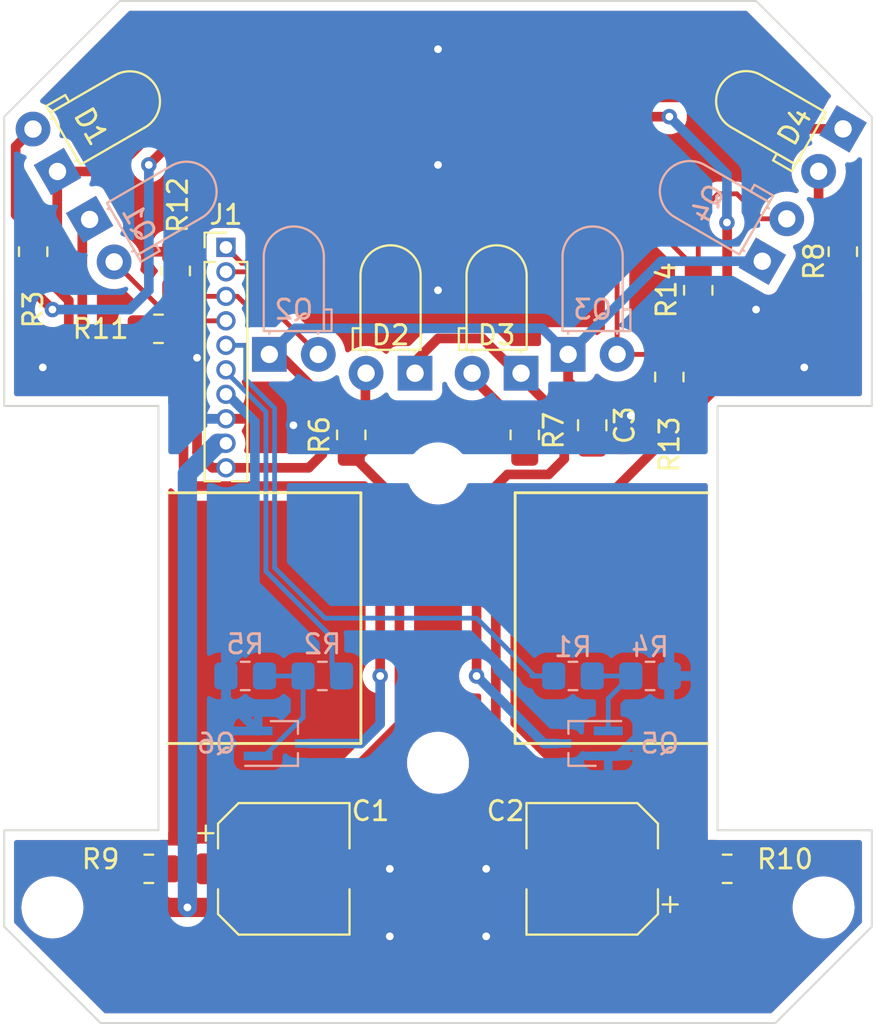
<source format=kicad_pcb>
(kicad_pcb (version 20211014) (generator pcbnew)
  (layers (0 "F.Cu" signal) (31 "B.Cu" signal) (34 "B.Paste" user) (35 "F.Paste" user) (36 "B.SilkS" user "B.Silkscreen") (37 "F.SilkS" user "F.Silkscreen") (38 "B.Mask" user) (39 "F.Mask" user) (44 "Edge.Cuts" user))
  (net 0 "")
  (net 1 "Net-(C1-Pad1)")
  (net 2 "GND")
  (net 3 "Net-(C2-Pad1)")
  (net 4 "Net-(D1-Pad1)")
  (net 5 "Net-(D1-Pad2)")
  (net 6 "Net-(D2-Pad1)")
  (net 7 "Net-(D2-Pad2)")
  (net 8 "Net-(D3-Pad2)")
  (net 9 "Net-(D4-Pad2)")
  (net 10 "A0")
  (net 11 "A1")
  (net 12 "A2")
  (net 13 "A3")
  (net 14 "GP14")
  (net 15 "GP15")
  (net 16 "GNDREF")
  (net 17 "+3V3")
  (net 18 "VCC")
  (net 19 "Net-(Q5-Pad1)")
  (net 20 "Net-(Q6-Pad1)")
  (footprint "MountingHole:MountingHole_2.2mm_M2" (layer "F.Cu") (at 141 106.5)
    (fp_text reference "REFH1" hide)
    (fp_text value "MountingHole_2.2mm_M2" hide)
    (pad "" np_thru_hole circle locked (at 0 0) (size 2.2 2.2) (drill 2.2) (layers *.Cu *.Mask))
  )
  (footprint "MountingHole:MountingHole_2.2mm_M2" (layer "F.Cu") (at 141 91.5)
    (fp_text reference "REFH1" hide)
    (fp_text value "MountingHole_2.2mm_M2" hide)
    (pad "" np_thru_hole circle locked (at 0 0) (size 2.2 2.2) (drill 2.2) (layers *.Cu *.Mask))
  )
  (footprint "Connector_PinHeader_1.27mm:PinHeader_1x10_P1.27mm_Vertical" (layer "F.Cu") (at 130 79.775)
    (fp_text reference "J1" (at 0 -1.695) (layer "F.SilkS"))
    (fp_text value "Sensors")
    (fp_line (start -1.11 12.125) (end -0.30753 12.125) (layer "F.SilkS") (width 0.12))
    (fp_line (start -1.11 0.76) (end -1.11 12.125) (layer "F.SilkS") (width 0.12))
    (fp_line (start -1.11 -0.76) (end 0 -0.76) (layer "F.SilkS") (width 0.12))
    (fp_line (start 0.30753 12.125) (end 1.11 12.125) (layer "F.SilkS") (width 0.12))
    (fp_line (start -1.11 0.76) (end -0.563471 0.76) (layer "F.SilkS") (width 0.12))
    (fp_line (start 0.563471 0.76) (end 1.11 0.76) (layer "F.SilkS") (width 0.12))
    (fp_line (start -1.11 0) (end -1.11 -0.76) (layer "F.SilkS") (width 0.12))
    (fp_line (start 1.11 0.76) (end 1.11 12.125) (layer "F.SilkS") (width 0.12))
    (pad "1" thru_hole rect locked (at 0 0) (size 1 1) (drill 0.65) (layers *.Cu *.Mask) (net 10 "A0"))
    (pad "2" thru_hole oval locked (at 0 1.27) (size 1 1) (drill 0.65) (layers *.Cu *.Mask) (net 11 "A1"))
    (pad "3" thru_hole oval locked (at 0 2.54) (size 1 1) (drill 0.65) (layers *.Cu *.Mask) (net 12 "A2"))
    (pad "4" thru_hole oval locked (at 0 3.81) (size 1 1) (drill 0.65) (layers *.Cu *.Mask) (net 13 "A3"))
    (pad "5" thru_hole oval locked (at 0 5.08) (size 1 1) (drill 0.65) (layers *.Cu *.Mask) (net 14 "GP14"))
    (pad "6" thru_hole oval locked (at 0 6.35) (size 1 1) (drill 0.65) (layers *.Cu *.Mask) (net 15 "GP15"))
    (pad "7" thru_hole oval locked (at 0 7.62) (size 1 1) (drill 0.65) (layers *.Cu *.Mask) (net 2 "GND"))
    (pad "8" thru_hole oval locked (at 0 8.89) (size 1 1) (drill 0.65) (layers *.Cu *.Mask) (net 16 "GNDREF"))
    (pad "9" thru_hole oval locked (at 0 10.16) (size 1 1) (drill 0.65) (layers *.Cu *.Mask) (net 18 "VCC"))
    (pad "10" thru_hole oval locked (at 0 11.43) (size 1 1) (drill 0.65) (layers *.Cu *.Mask) (net 17 "+3V3"))
  )
  (footprint "MountingHole:MountingHole_2.2mm_M2" (layer "F.Cu") (at 161 114)
    (fp_text reference "REFH3" hide)
    (fp_text value "MountingHole_2.2mm_M2" hide)
    (pad "" np_thru_hole circle locked (at 0 0) (size 2.2 2.2) (drill 2.2) (layers *.Cu *.Mask))
  )
  (footprint "Resistor_SMD:R_0805_2012Metric_Pad1.20x1.40mm_HandSolder" (layer "F.Cu") (at 153 86.5 90)
    (fp_text reference "R13" (at -3.5 0 90) (layer "F.SilkS"))
    (fp_text value "1.5k")
    (fp_line (start -0.227064 0.735) (end 0.227064 0.735) (layer "F.SilkS") (width 0.12))
    (fp_line (start -0.227064 -0.735) (end 0.227064 -0.735) (layer "F.SilkS") (width 0.12))
    (pad "1" smd roundrect (at -1 0 90) (size 1.2 1.4) (layers "F.Cu" "F.Paste" "F.Mask") (roundrect_rratio 0.208333) (net 16 "GNDREF"))
    (pad "2" smd roundrect (at 1 0 90) (size 1.2 1.4) (layers "F.Cu" "F.Paste" "F.Mask") (roundrect_rratio 0.208333) (net 11 "A1"))
  )
  (footprint "Capacitor_SMD:CP_Elec_6.3x5.9" (layer "F.Cu") (at 133 112)
    (fp_text reference "C1" (at 4.5 -3) (layer "F.SilkS"))
    (fp_text value "100uF")
    (fp_line (start -4.4375 -1.8475) (end -3.65 -1.8475) (layer "F.SilkS") (width 0.12))
    (fp_line (start -2.345563 3.41) (end 3.41 3.41) (layer "F.SilkS") (width 0.12))
    (fp_line (start -3.41 -2.345563) (end -2.345563 -3.41) (layer "F.SilkS") (width 0.12))
    (fp_line (start 3.41 3.41) (end 3.41 1.06) (layer "F.SilkS") (width 0.12))
    (fp_line (start -3.41 2.345563) (end -2.345563 3.41) (layer "F.SilkS") (width 0.12))
    (fp_line (start 3.41 -3.41) (end 3.41 -1.06) (layer "F.SilkS") (width 0.12))
    (fp_line (start -3.41 -2.345563) (end -3.41 -1.06) (layer "F.SilkS") (width 0.12))
    (fp_line (start -2.345563 -3.41) (end 3.41 -3.41) (layer "F.SilkS") (width 0.12))
    (fp_line (start -4.04375 -2.24125) (end -4.04375 -1.45375) (layer "F.SilkS") (width 0.12))
    (fp_line (start -3.41 2.345563) (end -3.41 1.06) (layer "F.SilkS") (width 0.12))
    (pad "1" smd roundrect (at -2.8 0) (size 3.5 1.6) (layers "F.Cu" "F.Paste" "F.Mask") (roundrect_rratio 0.15625) (net 1 "Net-(C1-Pad1)"))
    (pad "2" smd roundrect (at 2.8 0) (size 3.5 1.6) (layers "F.Cu" "F.Paste" "F.Mask") (roundrect_rratio 0.15625) (net 2 "GND"))
  )
  (footprint "Resistor_SMD:R_0805_2012Metric_Pad1.20x1.40mm_HandSolder" (layer "F.Cu") (at 162 80 90)
    (fp_text reference "R8" (at -0.5 -1.5 90) (layer "F.SilkS"))
    (fp_text value "7R2")
    (fp_line (start -0.227064 -0.735) (end 0.227064 -0.735) (layer "F.SilkS") (width 0.12))
    (fp_line (start -0.227064 0.735) (end 0.227064 0.735) (layer "F.SilkS") (width 0.12))
    (pad "1" smd roundrect (at -1 0 90) (size 1.2 1.4) (layers "F.Cu" "F.Paste" "F.Mask") (roundrect_rratio 0.208333) (net 3 "Net-(C2-Pad1)"))
    (pad "2" smd roundrect (at 1 0 90) (size 1.2 1.4) (layers "F.Cu" "F.Paste" "F.Mask") (roundrect_rratio 0.208333) (net 9 "Net-(D4-Pad2)"))
  )
  (footprint "Resistor_SMD:R_0805_2012Metric_Pad1.20x1.40mm_HandSolder" (layer "F.Cu") (at 120 80 90)
    (fp_text reference "R3" (at -3 0 90) (layer "F.SilkS"))
    (fp_text value "7R2")
    (fp_line (start -0.227064 0.735) (end 0.227064 0.735) (layer "F.SilkS") (width 0.12))
    (fp_line (start -0.227064 -0.735) (end 0.227064 -0.735) (layer "F.SilkS") (width 0.12))
    (pad "1" smd roundrect (at -1 0 90) (size 1.2 1.4) (layers "F.Cu" "F.Paste" "F.Mask") (roundrect_rratio 0.208333) (net 3 "Net-(C2-Pad1)"))
    (pad "2" smd roundrect (at 1 0 90) (size 1.2 1.4) (layers "F.Cu" "F.Paste" "F.Mask") (roundrect_rratio 0.208333) (net 5 "Net-(D1-Pad2)"))
  )
  (footprint "LED_THT:LED_D3.0mm_Horizontal_O1.27mm_Z2.0mm" (layer "F.Cu") (at 121.262037 75.841682 120)
    (fp_text reference "D1" (at 1.158975 2.675961 120) (layer "F.SilkS"))
    (fp_text value "TLCR5800")
    (fp_line (start -0.29 1.21) (end -0.29 5.07) (layer "F.SilkS") (width 0.12))
    (fp_line (start 0 1.08) (end 0 1.21) (layer "F.SilkS") (width 0.12))
    (fp_line (start 2.83 1.21) (end 2.83 5.07) (layer "F.SilkS") (width 0.12))
    (fp_line (start 2.54 1.08) (end 2.54 1.21) (layer "F.SilkS") (width 0.12))
    (fp_line (start 3.23 2.33) (end 2.83 2.33) (layer "F.SilkS") (width 0.12))
    (fp_line (start 2.54 1.08) (end 2.54 1.08) (layer "F.SilkS") (width 0.12))
    (fp_line (start 2.54 1.21) (end 2.54 1.21) (layer "F.SilkS") (width 0.12))
    (fp_line (start 0 1.08) (end 0 1.08) (layer "F.SilkS") (width 0.12))
    (fp_line (start -0.29 1.21) (end 2.83 1.21) (layer "F.SilkS") (width 0.12))
    (fp_line (start 2.83 1.21) (end 3.23 1.21) (layer "F.SilkS") (width 0.12))
    (fp_line (start 2.54 1.21) (end 2.54 1.08) (layer "F.SilkS") (width 0.12))
    (fp_line (start 3.23 1.21) (end 3.23 2.33) (layer "F.SilkS") (width 0.12))
    (fp_line (start 2.83 2.33) (end 2.83 1.21) (layer "F.SilkS") (width 0.12))
    (fp_line (start 0 1.21) (end 0 1.21) (layer "F.SilkS") (width 0.12))
    (fp_line (start 0 1.21) (end 0 1.08) (layer "F.SilkS") (width 0.12))
    (fp_arc (start 2.83 5.07) (mid 1.27 6.63) (end -0.29 5.07) (layer "F.SilkS") (width 0.12))
    (pad "1" thru_hole rect (at 0 0 120) (size 1.8 1.8) (drill 0.9) (layers *.Cu *.Mask) (net 4 "Net-(D1-Pad1)"))
    (pad "2" thru_hole circle (at 2.54 0 120) (size 1.8 1.8) (drill 0.9) (layers *.Cu *.Mask) (net 5 "Net-(D1-Pad2)"))
  )
  (footprint "LED_THT:LED_D3.0mm_Horizontal_O1.27mm_Z2.0mm" (layer "F.Cu") (at 145.309094 86.300587 180)
    (fp_text reference "D3" (at 1.27 1.975 180) (layer "F.SilkS"))
    (fp_text value "TLCR5800")
    (fp_line (start 2.83 2.33) (end 2.83 1.21) (layer "F.SilkS") (width 0.12))
    (fp_line (start 0 1.08) (end 0 1.21) (layer "F.SilkS") (width 0.12))
    (fp_line (start 2.83 1.21) (end 2.83 5.07) (layer "F.SilkS") (width 0.12))
    (fp_line (start 0 1.08) (end 0 1.08) (layer "F.SilkS") (width 0.12))
    (fp_line (start 2.54 1.21) (end 2.54 1.08) (layer "F.SilkS") (width 0.12))
    (fp_line (start 2.83 1.21) (end 3.23 1.21) (layer "F.SilkS") (width 0.12))
    (fp_line (start 0 1.21) (end 0 1.08) (layer "F.SilkS") (width 0.12))
    (fp_line (start 2.54 1.21) (end 2.54 1.21) (layer "F.SilkS") (width 0.12))
    (fp_line (start 3.23 1.21) (end 3.23 2.33) (layer "F.SilkS") (width 0.12))
    (fp_line (start 0 1.21) (end 0 1.21) (layer "F.SilkS") (width 0.12))
    (fp_line (start -0.29 1.21) (end 2.83 1.21) (layer "F.SilkS") (width 0.12))
    (fp_line (start -0.29 1.21) (end -0.29 5.07) (layer "F.SilkS") (width 0.12))
    (fp_line (start 2.54 1.08) (end 2.54 1.08) (layer "F.SilkS") (width 0.12))
    (fp_line (start 3.23 2.33) (end 2.83 2.33) (layer "F.SilkS") (width 0.12))
    (fp_line (start 2.54 1.08) (end 2.54 1.21) (layer "F.SilkS") (width 0.12))
    (fp_arc (start 2.83 5.07) (mid 1.27 6.63) (end -0.29 5.07) (layer "F.SilkS") (width 0.12))
    (pad "1" thru_hole rect (at 0 0 180) (size 1.8 1.8) (drill 0.9) (layers *.Cu *.Mask) (net 6 "Net-(D2-Pad1)"))
    (pad "2" thru_hole circle (at 2.54 0 180) (size 1.8 1.8) (drill 0.9) (layers *.Cu *.Mask) (net 8 "Net-(D3-Pad2)"))
  )
  (footprint "LED_THT:LED_D3.0mm_Horizontal_O1.27mm_Z2.0mm" (layer "F.Cu") (at 139.809094 86.300587 180)
    (fp_text reference "D2" (at 1.27 1.975 180) (layer "F.SilkS"))
    (fp_text value "TLCR5800")
    (fp_line (start 2.83 1.21) (end 3.23 1.21) (layer "F.SilkS") (width 0.12))
    (fp_line (start 0 1.08) (end 0 1.21) (layer "F.SilkS") (width 0.12))
    (fp_line (start 3.23 2.33) (end 2.83 2.33) (layer "F.SilkS") (width 0.12))
    (fp_line (start 2.54 1.21) (end 2.54 1.08) (layer "F.SilkS") (width 0.12))
    (fp_line (start -0.29 1.21) (end -0.29 5.07) (layer "F.SilkS") (width 0.12))
    (fp_line (start 2.83 1.21) (end 2.83 5.07) (layer "F.SilkS") (width 0.12))
    (fp_line (start 2.83 2.33) (end 2.83 1.21) (layer "F.SilkS") (width 0.12))
    (fp_line (start 0 1.21) (end 0 1.21) (layer "F.SilkS") (width 0.12))
    (fp_line (start 2.54 1.08) (end 2.54 1.21) (layer "F.SilkS") (width 0.12))
    (fp_line (start 3.23 1.21) (end 3.23 2.33) (layer "F.SilkS") (width 0.12))
    (fp_line (start 0 1.21) (end 0 1.08) (layer "F.SilkS") (width 0.12))
    (fp_line (start 2.54 1.08) (end 2.54 1.08) (layer "F.SilkS") (width 0.12))
    (fp_line (start -0.29 1.21) (end 2.83 1.21) (layer "F.SilkS") (width 0.12))
    (fp_line (start 0 1.08) (end 0 1.08) (layer "F.SilkS") (width 0.12))
    (fp_line (start 2.54 1.21) (end 2.54 1.21) (layer "F.SilkS") (width 0.12))
    (fp_arc (start 2.83 5.07) (mid 1.27 6.63) (end -0.29 5.07) (layer "F.SilkS") (width 0.12))
    (pad "1" thru_hole rect (at 0 0 180) (size 1.8 1.8) (drill 0.9) (layers *.Cu *.Mask) (net 6 "Net-(D2-Pad1)"))
    (pad "2" thru_hole circle (at 2.54 0 180) (size 1.8 1.8) (drill 0.9) (layers *.Cu *.Mask) (net 7 "Net-(D2-Pad2)"))
  )
  (footprint "Resistor_SMD:R_0805_2012Metric_Pad1.20x1.40mm_HandSolder" (layer "F.Cu") (at 154.5 82 90)
    (fp_text reference "R14" (at 0 -1.65 90) (layer "F.SilkS"))
    (fp_text value "1.5k")
    (fp_line (start -0.227064 0.735) (end 0.227064 0.735) (layer "F.SilkS") (width 0.12))
    (fp_line (start -0.227064 -0.735) (end 0.227064 -0.735) (layer "F.SilkS") (width 0.12))
    (pad "1" smd roundrect (at -1 0 90) (size 1.2 1.4) (layers "F.Cu" "F.Paste" "F.Mask") (roundrect_rratio 0.208333) (net 16 "GNDREF"))
    (pad "2" smd roundrect (at 1 0 90) (size 1.2 1.4) (layers "F.Cu" "F.Paste" "F.Mask") (roundrect_rratio 0.208333) (net 10 "A0"))
  )
  (footprint "Resistor_SMD:R_0805_2012Metric_Pad1.20x1.40mm_HandSolder" (layer "F.Cu") (at 156 112 180)
    (fp_text reference "R10" (at -3 0.5) (layer "F.SilkS"))
    (fp_text value "56R")
    (fp_line (start -0.227064 -0.735) (end 0.227064 -0.735) (layer "F.SilkS") (width 0.12))
    (fp_line (start -0.227064 0.735) (end 0.227064 0.735) (layer "F.SilkS") (width 0.12))
    (pad "1" smd roundrect (at -1 0 180) (size 1.2 1.4) (layers "F.Cu" "F.Paste" "F.Mask") (roundrect_rratio 0.208333) (net 18 "VCC"))
    (pad "2" smd roundrect (at 1 0 180) (size 1.2 1.4) (layers "F.Cu" "F.Paste" "F.Mask") (roundrect_rratio 0.208333) (net 3 "Net-(C2-Pad1)"))
  )
  (footprint "Capacitor_SMD:CP_Elec_6.3x5.9" (layer "F.Cu") (at 149 112 180)
    (fp_text reference "C2" (at 4.5 3) (layer "F.SilkS"))
    (fp_text value "100uF")
    (fp_line (start -3.41 -2.345563) (end -3.41 -1.06) (layer "F.SilkS") (width 0.12))
    (fp_line (start -2.345563 -3.41) (end 3.41 -3.41) (layer "F.SilkS") (width 0.12))
    (fp_line (start -4.04375 -2.24125) (end -4.04375 -1.45375) (layer "F.SilkS") (width 0.12))
    (fp_line (start 3.41 -3.41) (end 3.41 -1.06) (layer "F.SilkS") (width 0.12))
    (fp_line (start 3.41 3.41) (end 3.41 1.06) (layer "F.SilkS") (width 0.12))
    (fp_line (start -2.345563 3.41) (end 3.41 3.41) (layer "F.SilkS") (width 0.12))
    (fp_line (start -3.41 2.345563) (end -3.41 1.06) (layer "F.SilkS") (width 0.12))
    (fp_line (start -4.4375 -1.8475) (end -3.65 -1.8475) (layer "F.SilkS") (width 0.12))
    (fp_line (start -3.41 -2.345563) (end -2.345563 -3.41) (layer "F.SilkS") (width 0.12))
    (fp_line (start -3.41 2.345563) (end -2.345563 3.41) (layer "F.SilkS") (width 0.12))
    (pad "1" smd roundrect (at -2.8 0 180) (size 3.5 1.6) (layers "F.Cu" "F.Paste" "F.Mask") (roundrect_rratio 0.15625) (net 3 "Net-(C2-Pad1)"))
    (pad "2" smd roundrect (at 2.8 0 180) (size 3.5 1.6) (layers "F.Cu" "F.Paste" "F.Mask") (roundrect_rratio 0.15625) (net 2 "GND"))
  )
  (footprint "Resistor_SMD:R_0805_2012Metric_Pad1.20x1.40mm_HandSolder" (layer "F.Cu") (at 127.396756 81 -90)
    (fp_text reference "R12" (at -3.415719 -0.103244 90) (layer "F.SilkS"))
    (fp_text value "1.5k")
    (fp_line (start -0.227064 0.735) (end 0.227064 0.735) (layer "F.SilkS") (width 0.12))
    (fp_line (start -0.227064 -0.735) (end 0.227064 -0.735) (layer "F.SilkS") (width 0.12))
    (pad "1" smd roundrect (at -1 0 270) (size 1.2 1.4) (layers "F.Cu" "F.Paste" "F.Mask") (roundrect_rratio 0.208333) (net 16 "GNDREF"))
    (pad "2" smd roundrect (at 1 0 270) (size 1.2 1.4) (layers "F.Cu" "F.Paste" "F.Mask") (roundrect_rratio 0.208333) (net 12 "A2"))
  )
  (footprint "Resistor_SMD:R_0805_2012Metric_Pad1.20x1.40mm_HandSolder" (layer "F.Cu") (at 126.5 84)
    (fp_text reference "R11" (at -3 0) (layer "F.SilkS"))
    (fp_text value "1.5k")
    (fp_line (start -0.227064 -0.735) (end 0.227064 -0.735) (layer "F.SilkS") (width 0.12))
    (fp_line (start -0.227064 0.735) (end 0.227064 0.735) (layer "F.SilkS") (width 0.12))
    (pad "1" smd roundrect (at -1 0) (size 1.2 1.4) (layers "F.Cu" "F.Paste" "F.Mask") (roundrect_rratio 0.208333) (net 16 "GNDREF"))
    (pad "2" smd roundrect (at 1 0) (size 1.2 1.4) (layers "F.Cu" "F.Paste" "F.Mask") (roundrect_rratio 0.208333) (net 13 "A3"))
  )
  (footprint "Resistor_SMD:R_0805_2012Metric_Pad1.20x1.40mm_HandSolder" (layer "F.Cu") (at 145.5 89.5 90)
    (fp_text reference "R7" (at 0.227064 1.5 90) (layer "F.SilkS"))
    (fp_text value "7R2")
    (fp_line (start -0.227064 0.735) (end 0.227064 0.735) (layer "F.SilkS") (width 0.12))
    (fp_line (start -0.227064 -0.735) (end 0.227064 -0.735) (layer "F.SilkS") (width 0.12))
    (pad "1" smd roundrect (at -1 0 90) (size 1.2 1.4) (layers "F.Cu" "F.Paste" "F.Mask") (roundrect_rratio 0.208333) (net 1 "Net-(C1-Pad1)"))
    (pad "2" smd roundrect (at 1 0 90) (size 1.2 1.4) (layers "F.Cu" "F.Paste" "F.Mask") (roundrect_rratio 0.208333) (net 8 "Net-(D3-Pad2)"))
  )
  (footprint "Resistor_SMD:R_0805_2012Metric_Pad1.20x1.40mm_HandSolder" (layer "F.Cu") (at 126 112)
    (fp_text reference "R9" (at -2.5 -0.5) (layer "F.SilkS"))
    (fp_text value "56R")
    (fp_line (start -0.227064 -0.735) (end 0.227064 -0.735) (layer "F.SilkS") (width 0.12))
    (fp_line (start -0.227064 0.735) (end 0.227064 0.735) (layer "F.SilkS") (width 0.12))
    (pad "1" smd roundrect (at -1 0) (size 1.2 1.4) (layers "F.Cu" "F.Paste" "F.Mask") (roundrect_rratio 0.208333) (net 18 "VCC"))
    (pad "2" smd roundrect (at 1 0) (size 1.2 1.4) (layers "F.Cu" "F.Paste" "F.Mask") (roundrect_rratio 0.208333) (net 1 "Net-(C1-Pad1)"))
  )
  (footprint "MountingHole:MountingHole_2.2mm_M2" (layer "F.Cu") (at 121 114)
    (fp_text reference "REFH2" hide)
    (fp_text value "MountingHole_2.2mm_M2" hide)
    (pad "" np_thru_hole circle locked (at 0 0) (size 2.2 2.2) (drill 2.2) (layers *.Cu *.Mask))
  )
  (footprint "Resistor_SMD:R_0805_2012Metric_Pad1.20x1.40mm_HandSolder" (layer "F.Cu") (at 136.5 89.5 90)
    (fp_text reference "R6" (at 0 -1.65 90) (layer "F.SilkS"))
    (fp_text value "7R2")
    (fp_line (start -0.227064 -0.735) (end 0.227064 -0.735) (layer "F.SilkS") (width 0.12))
    (fp_line (start -0.227064 0.735) (end 0.227064 0.735) (layer "F.SilkS") (width 0.12))
    (pad "1" smd roundrect (at -1 0 90) (size 1.2 1.4) (layers "F.Cu" "F.Paste" "F.Mask") (roundrect_rratio 0.208333) (net 1 "Net-(C1-Pad1)"))
    (pad "2" smd roundrect (at 1 0 90) (size 1.2 1.4) (layers "F.Cu" "F.Paste" "F.Mask") (roundrect_rratio 0.208333) (net 7 "Net-(D2-Pad2)"))
  )
  (footprint "LED_THT:LED_D3.0mm_Horizontal_O1.27mm_Z2.0mm" (layer "F.Cu") (at 162.012964 73.633318 -120)
    (fp_text reference "D4" (at 1.141025 2.24295 -120) (layer "F.SilkS"))
    (fp_text value "TLCR5800")
    (fp_line (start 2.83 1.21) (end 3.23 1.21) (layer "F.SilkS") (width 0.12))
    (fp_line (start -0.29 1.21) (end 2.83 1.21) (layer "F.SilkS") (width 0.12))
    (fp_line (start -0.29 1.21) (end -0.29 5.07) (layer "F.SilkS") (width 0.12))
    (fp_line (start 3.23 2.33) (end 2.83 2.33) (layer "F.SilkS") (width 0.12))
    (fp_line (start 2.54 1.08) (end 2.54 1.21) (layer "F.SilkS") (width 0.12))
    (fp_line (start 2.54 1.08) (end 2.54 1.08) (layer "F.SilkS") (width 0.12))
    (fp_line (start 2.54 1.21) (end 2.54 1.21) (layer "F.SilkS") (width 0.12))
    (fp_line (start 0 1.21) (end 0 1.21) (layer "F.SilkS") (width 0.12))
    (fp_line (start 2.83 1.21) (end 2.83 5.07) (layer "F.SilkS") (width 0.12))
    (fp_line (start 3.23 1.21) (end 3.23 2.33) (layer "F.SilkS") (width 0.12))
    (fp_line (start 0 1.08) (end 0 1.21) (layer "F.SilkS") (width 0.12))
    (fp_line (start 0 1.21) (end 0 1.08) (layer "F.SilkS") (width 0.12))
    (fp_line (start 0 1.08) (end 0 1.08) (layer "F.SilkS") (width 0.12))
    (fp_line (start 2.83 2.33) (end 2.83 1.21) (layer "F.SilkS") (width 0.12))
    (fp_line (start 2.54 1.21) (end 2.54 1.08) (layer "F.SilkS") (width 0.12))
    (fp_arc (start 2.83 5.07) (mid 1.27 6.63) (end -0.29 5.07) (layer "F.SilkS") (width 0.12))
    (pad "1" thru_hole rect (at 0 0 240) (size 1.8 1.8) (drill 0.9) (layers *.Cu *.Mask) (net 4 "Net-(D1-Pad1)"))
    (pad "2" thru_hole circle (at 2.54 0 240) (size 1.8 1.8) (drill 0.9) (layers *.Cu *.Mask) (net 9 "Net-(D4-Pad2)"))
  )
  (footprint "Capacitor_SMD:C_0805_2012Metric_Pad1.18x1.45mm_HandSolder" (layer "F.Cu") (at 149 89 -90)
    (fp_text reference "C3" (at 0 -1.68 90) (layer "F.SilkS"))
    (fp_text value "100nF")
    (fp_line (start -0.261252 0.735) (end 0.261252 0.735) (layer "F.SilkS") (width 0.12))
    (fp_line (start -0.261252 -0.735) (end 0.261252 -0.735) (layer "F.SilkS") (width 0.12))
    (pad "1" smd roundrect (at -1.0375 0 270) (size 1.175 1.45) (layers "F.Cu" "F.Paste" "F.Mask") (roundrect_rratio 0.212766) (net 17 "+3V3"))
    (pad "2" smd roundrect (at 1.0375 0 270) (size 1.175 1.45) (layers "F.Cu" "F.Paste" "F.Mask") (roundrect_rratio 0.212766) (net 16 "GNDREF"))
  )
  (footprint "LED_THT:LED_D3.0mm_Horizontal_O1.27mm_Z2.0mm" (layer "B.Cu") (at 132.25 85.325)
    (fp_text reference "Q2" (at 1.27 -2.325 180) (layer "B.SilkS") (effects (justify mirror)))
    (fp_text value "SFH309")
    (fp_line (start 2.54 -1.08) (end 2.54 -1.21) (layer "B.SilkS") (width 0.12))
    (fp_line (start 0 -1.21) (end 0 -1.08) (layer "B.SilkS") (width 0.12))
    (fp_line (start 3.23 -2.33) (end 2.83 -2.33) (layer "B.SilkS") (width 0.12))
    (fp_line (start -0.29 -1.21) (end -0.29 -5.07) (layer "B.SilkS") (width 0.12))
    (fp_line (start 2.54 -1.21) (end 2.54 -1.08) (layer "B.SilkS") (width 0.12))
    (fp_line (start 2.83 -1.21) (end 2.83 -5.07) (layer "B.SilkS") (width 0.12))
    (fp_line (start 2.83 -1.21) (end 3.23 -1.21) (layer "B.SilkS") (width 0.12))
    (fp_line (start -0.29 -1.21) (end 2.83 -1.21) (layer "B.SilkS") (width 0.12))
    (fp_line (start 0 -1.08) (end 0 -1.21) (layer "B.SilkS") (width 0.12))
    (fp_line (start 3.23 -1.21) (end 3.23 -2.33) (layer "B.SilkS") (width 0.12))
    (fp_line (start 2.54 -1.21) (end 2.54 -1.21) (layer "B.SilkS") (width 0.12))
    (fp_line (start 2.54 -1.08) (end 2.54 -1.08) (layer "B.SilkS") (width 0.12))
    (fp_line (start 0 -1.08) (end 0 -1.08) (layer "B.SilkS") (width 0.12))
    (fp_line (start 0 -1.21) (end 0 -1.21) (layer "B.SilkS") (width 0.12))
    (fp_line (start 2.83 -2.33) (end 2.83 -1.21) (layer "B.SilkS") (width 0.12))
    (fp_arc (start -0.29 -5.07) (mid 1.27 -6.63) (end 2.83 -5.07) (layer "B.SilkS") (width 0.12))
    (pad "1" thru_hole rect (at 0 0) (size 1.8 1.8) (drill 0.9) (layers *.Cu *.Mask) (net 17 "+3V3"))
    (pad "2" thru_hole circle (at 2.54 0) (size 1.8 1.8) (drill 0.9) (layers *.Cu *.Mask) (net 12 "A2"))
  )
  (footprint "Resistor_SMD:R_0805_2012Metric_Pad1.20x1.40mm_HandSolder" (layer "B.Cu") (at 131 102 180)
    (fp_text reference "R5" (at 0 1.65) (layer "B.SilkS") (effects (justify mirror)))
    (fp_text value "10k")
    (fp_line (start -0.227064 0.735) (end 0.227064 0.735) (layer "B.SilkS") (width 0.12))
    (fp_line (start -0.227064 -0.735) (end 0.227064 -0.735) (layer "B.SilkS") (width 0.12))
    (pad "1" smd roundrect (at -1 0 180) (size 1.2 1.4) (layers "B.Cu" "B.Paste" "B.Mask") (roundrect_rratio 0.208333) (net 20 "Net-(Q6-Pad1)"))
    (pad "2" smd roundrect (at 1 0 180) (size 1.2 1.4) (layers "B.Cu" "B.Paste" "B.Mask") (roundrect_rratio 0.208333) (net 2 "GND"))
  )
  (footprint "LED_THT:LED_D3.0mm_Horizontal_O1.27mm_Z2.0mm" (layer "B.Cu") (at 147.75 85.325)
    (fp_text reference "Q3" (at 1.27 -2.325 180) (layer "B.SilkS") (effects (justify mirror)))
    (fp_text value "SFH309")
    (fp_line (start 2.83 -2.33) (end 2.83 -1.21) (layer "B.SilkS") (width 0.12))
    (fp_line (start 0 -1.21) (end 0 -1.08) (layer "B.SilkS") (width 0.12))
    (fp_line (start 0 -1.21) (end 0 -1.21) (layer "B.SilkS") (width 0.12))
    (fp_line (start 3.23 -2.33) (end 2.83 -2.33) (layer "B.SilkS") (width 0.12))
    (fp_line (start 2.54 -1.21) (end 2.54 -1.21) (layer "B.SilkS") (width 0.12))
    (fp_line (start -0.29 -1.21) (end 2.83 -1.21) (layer "B.SilkS") (width 0.12))
    (fp_line (start 2.83 -1.21) (end 3.23 -1.21) (layer "B.SilkS") (width 0.12))
    (fp_line (start 2.83 -1.21) (end 2.83 -5.07) (layer "B.SilkS") (width 0.12))
    (fp_line (start 2.54 -1.21) (end 2.54 -1.08) (layer "B.SilkS") (width 0.12))
    (fp_line (start 3.23 -1.21) (end 3.23 -2.33) (layer "B.SilkS") (width 0.12))
    (fp_line (start 2.54 -1.08) (end 2.54 -1.21) (layer "B.SilkS") (width 0.12))
    (fp_line (start 0 -1.08) (end 0 -1.21) (layer "B.SilkS") (width 0.12))
    (fp_line (start -0.29 -1.21) (end -0.29 -5.07) (layer "B.SilkS") (width 0.12))
    (fp_line (start 2.54 -1.08) (end 2.54 -1.08) (layer "B.SilkS") (width 0.12))
    (fp_line (start 0 -1.08) (end 0 -1.08) (layer "B.SilkS") (width 0.12))
    (fp_arc (start -0.29 -5.07) (mid 1.27 -6.63) (end 2.83 -5.07) (layer "B.SilkS") (width 0.12))
    (pad "1" thru_hole rect (at 0 0) (size 1.8 1.8) (drill 0.9) (layers *.Cu *.Mask) (net 17 "+3V3"))
    (pad "2" thru_hole circle (at 2.54 0) (size 1.8 1.8) (drill 0.9) (layers *.Cu *.Mask) (net 11 "A1"))
  )
  (footprint "LED_THT:LED_D3.0mm_Horizontal_O1.27mm_Z2.0mm" (layer "B.Cu") (at 157.821522 80.495032 60)
    (fp_text reference "Q4" (at 1.183013 -3.941026 240) (layer "B.SilkS") (effects (justify mirror)))
    (fp_text value "SFH309")
    (fp_line (start -0.29 -1.21) (end -0.29 -5.07) (layer "B.SilkS") (width 0.12))
    (fp_line (start 2.54 -1.08) (end 2.54 -1.08) (layer "B.SilkS") (width 0.12))
    (fp_line (start 3.23 -1.21) (end 3.23 -2.33) (layer "B.SilkS") (width 0.12))
    (fp_line (start 0 -1.08) (end 0 -1.21) (layer "B.SilkS") (width 0.12))
    (fp_line (start 2.83 -1.21) (end 2.83 -5.07) (layer "B.SilkS") (width 0.12))
    (fp_line (start 2.83 -1.21) (end 3.23 -1.21) (layer "B.SilkS") (width 0.12))
    (fp_line (start 0 -1.21) (end 0 -1.08) (layer "B.SilkS") (width 0.12))
    (fp_line (start 2.54 -1.21) (end 2.54 -1.08) (layer "B.SilkS") (width 0.12))
    (fp_line (start 0 -1.21) (end 0 -1.21) (layer "B.SilkS") (width 0.12))
    (fp_line (start 2.54 -1.08) (end 2.54 -1.21) (layer "B.SilkS") (width 0.12))
    (fp_line (start 0 -1.08) (end 0 -1.08) (layer "B.SilkS") (width 0.12))
    (fp_line (start 3.23 -2.33) (end 2.83 -2.33) (layer "B.SilkS") (width 0.12))
    (fp_line (start 2.83 -2.33) (end 2.83 -1.21) (layer "B.SilkS") (width 0.12))
    (fp_line (start 2.54 -1.21) (end 2.54 -1.21) (layer "B.SilkS") (width 0.12))
    (fp_line (start -0.29 -1.21) (end 2.83 -1.21) (layer "B.SilkS") (width 0.12))
    (fp_arc (start -0.29 -5.07) (mid 1.27 -6.63) (end 2.83 -5.07) (layer "B.SilkS") (width 0.12))
    (pad "1" thru_hole rect (at 0 0 60) (size 1.8 1.8) (drill 0.9) (layers *.Cu *.Mask) (net 17 "+3V3"))
    (pad "2" thru_hole circle (at 2.54 0 60) (size 1.8 1.8) (drill 0.9) (layers *.Cu *.Mask) (net 10 "A0"))
  )
  (footprint "Resistor_SMD:R_0805_2012Metric_Pad1.20x1.40mm_HandSolder" (layer "B.Cu") (at 152 102)
    (fp_text reference "R4" (at 0 -1.5) (layer "B.SilkS") (effects (justify mirror)))
    (fp_text value "10k")
    (fp_line (start -0.227064 0.735) (end 0.227064 0.735) (layer "B.SilkS") (width 0.12))
    (fp_line (start -0.227064 -0.735) (end 0.227064 -0.735) (layer "B.SilkS") (width 0.12))
    (pad "1" smd roundrect (at -1 0) (size 1.2 1.4) (layers "B.Cu" "B.Paste" "B.Mask") (roundrect_rratio 0.208333) (net 19 "Net-(Q5-Pad1)"))
    (pad "2" smd roundrect (at 1 0) (size 1.2 1.4) (layers "B.Cu" "B.Paste" "B.Mask") (roundrect_rratio 0.208333) (net 2 "GND"))
  )
  (footprint "Resistor_SMD:R_0805_2012Metric_Pad1.20x1.40mm_HandSolder" (layer "B.Cu") (at 135 102 180)
    (fp_text reference "R2" (at 0 1.65) (layer "B.SilkS") (effects (justify mirror)))
    (fp_text value "1k")
    (fp_line (start -0.227064 -0.735) (end 0.227064 -0.735) (layer "B.SilkS") (width 0.12))
    (fp_line (start -0.227064 0.735) (end 0.227064 0.735) (layer "B.SilkS") (width 0.12))
    (pad "1" smd roundrect (at -1 0 180) (size 1.2 1.4) (layers "B.Cu" "B.Paste" "B.Mask") (roundrect_rratio 0.208333) (net 15 "GP15"))
    (pad "2" smd roundrect (at 1 0 180) (size 1.2 1.4) (layers "B.Cu" "B.Paste" "B.Mask") (roundrect_rratio 0.208333) (net 20 "Net-(Q6-Pad1)"))
  )
  (footprint "Package_TO_SOT_SMD:SOT-323_SC-70_Handsoldering" (layer "B.Cu") (at 133 105.5)
    (fp_text reference "Q6" (at -3.5 0) (layer "B.SilkS") (effects (justify mirror)))
    (fp_text value "DMG1012T")
    (fp_line (start -0.675 -1.16) (end 0.735 -1.16) (layer "B.SilkS") (width 0.12))
    (fp_line (start 0.735 1.16) (end -2 1.16) (layer "B.SilkS") (width 0.12))
    (fp_line (start 0.735 1.17) (end 0.735 0.5) (layer "B.SilkS") (width 0.12))
    (fp_line (start 0.735 -0.5) (end 0.735 -1.16) (layer "B.SilkS") (width 0.12))
    (pad "1" smd rect (at -1.33 0.65 90) (size 0.45 1.5) (layers "B.Cu" "B.Paste" "B.Mask") (net 20 "Net-(Q6-Pad1)"))
    (pad "2" smd rect (at -1.33 -0.65 90) (size 0.45 1.5) (layers "B.Cu" "B.Paste" "B.Mask") (net 2 "GND"))
    (pad "3" smd rect (at 1.33 0 90) (size 0.45 1.5) (layers "B.Cu" "B.Paste" "B.Mask") (net 4 "Net-(D1-Pad1)"))
  )
  (footprint "Resistor_SMD:R_0805_2012Metric_Pad1.20x1.40mm_HandSolder" (layer "B.Cu") (at 148 102)
    (fp_text reference "R1" (at 0 -1.5) (layer "B.SilkS") (effects (justify mirror)))
    (fp_text value "1k")
    (fp_line (start -0.227064 -0.735) (end 0.227064 -0.735) (layer "B.SilkS") (width 0.12))
    (fp_line (start -0.227064 0.735) (end 0.227064 0.735) (layer "B.SilkS") (width 0.12))
    (pad "1" smd roundrect (at -1 0) (size 1.2 1.4) (layers "B.Cu" "B.Paste" "B.Mask") (roundrect_rratio 0.208333) (net 14 "GP14"))
    (pad "2" smd roundrect (at 1 0) (size 1.2 1.4) (layers "B.Cu" "B.Paste" "B.Mask") (roundrect_rratio 0.208333) (net 19 "Net-(Q5-Pad1)"))
  )
  (footprint "Package_TO_SOT_SMD:SOT-323_SC-70_Handsoldering" (layer "B.Cu") (at 148.5 105.5 180)
    (fp_text reference "Q5" (at -4 0) (layer "B.SilkS") (effects (justify mirror)))
    (fp_text value "DMG1012T")
    (fp_line (start -0.675 -1.16) (end 0.735 -1.16) (layer "B.SilkS") (width 0.12))
    (fp_line (start 0.735 1.17) (end 0.735 0.5) (layer "B.SilkS") (width 0.12))
    (fp_line (start 0.735 -0.5) (end 0.735 -1.16) (layer "B.SilkS") (width 0.12))
    (fp_line (start 0.735 1.16) (end -2 1.16) (layer "B.SilkS") (width 0.12))
    (pad "1" smd rect (at -1.33 0.65 270) (size 0.45 1.5) (layers "B.Cu" "B.Paste" "B.Mask") (net 19 "Net-(Q5-Pad1)"))
    (pad "2" smd rect (at -1.33 -0.65 270) (size 0.45 1.5) (layers "B.Cu" "B.Paste" "B.Mask") (net 2 "GND"))
    (pad "3" smd rect (at 1.33 0 270) (size 0.45 1.5) (layers "B.Cu" "B.Paste" "B.Mask") (net 6 "Net-(D2-Pad1)"))
  )
  (footprint "LED_THT:LED_D3.0mm_Horizontal_O1.27mm_Z2.0mm" (layer "B.Cu") (at 122.928479 78.329969 -60)
    (fp_text reference "Q1" (at 1.433012 -2.141987 120) (layer "B.SilkS") (effects (justify mirror)))
    (fp_text value "SFH309")
    (fp_line (start 3.23 -2.33) (end 2.83 -2.33) (layer "B.SilkS") (width 0.12))
    (fp_line (start 2.54 -1.08) (end 2.54 -1.21) (layer "B.SilkS") (width 0.12))
    (fp_line (start 3.23 -1.21) (end 3.23 -2.33) (layer "B.SilkS") (width 0.12))
    (fp_line (start 2.83 -1.21) (end 2.83 -5.07) (layer "B.SilkS") (width 0.12))
    (fp_line (start 2.83 -2.33) (end 2.83 -1.21) (layer "B.SilkS") (width 0.12))
    (fp_line (start 0 -1.21) (end 0 -1.08) (layer "B.SilkS") (width 0.12))
    (fp_line (start 2.83 -1.21) (end 3.23 -1.21) (layer "B.SilkS") (width 0.12))
    (fp_line (start 0 -1.21) (end 0 -1.21) (layer "B.SilkS") (width 0.12))
    (fp_line (start 0 -1.08) (end 0 -1.08) (layer "B.SilkS") (width 0.12))
    (fp_line (start -0.29 -1.21) (end 2.83 -1.21) (layer "B.SilkS") (width 0.12))
    (fp_line (start -0.29 -1.21) (end -0.29 -5.07) (layer "B.SilkS") (width 0.12))
    (fp_line (start 2.54 -1.08) (end 2.54 -1.08) (layer "B.SilkS") (width 0.12))
    (fp_line (start 2.54 -1.21) (end 2.54 -1.08) (layer "B.SilkS") (width 0.12))
    (fp_line (start 0 -1.08) (end 0 -1.21) (layer "B.SilkS") (width 0.12))
    (fp_line (start 2.54 -1.21) (end 2.54 -1.21) (layer "B.SilkS") (width 0.12))
    (fp_arc (start -0.29 -5.07) (mid 1.27 -6.63) (end 2.83 -5.07) (layer "B.SilkS") (width 0.12))
    (pad "1" thru_hole rect (at 0 0 300) (size 1.8 1.8) (drill 0.9) (layers *.Cu *.Mask) (net 17 "+3V3"))
    (pad "2" thru_hole circle (at 2.54 0 300) (size 1.8 1.8) (drill 0.9) (layers *.Cu *.Mask) (net 13 "A3"))
  )
  (gr_line (start 137 92.5) (end 137 105.5) (layer "F.SilkS") (width 0.15))
  (gr_line (start 155 92.5) (end 145 92.5) (layer "F.SilkS") (width 0.15))
  (gr_line (start 127 92.5) (end 137 92.5) (layer "F.SilkS") (width 0.15))
  (gr_line (start 137 105.5) (end 127 105.5) (layer "F.SilkS") (width 0.15))
  (gr_line (start 145 92.5) (end 145 105.5) (layer "F.SilkS") (width 0.15))
  (gr_line (start 145 105.5) (end 155 105.5) (layer "F.SilkS") (width 0.15))
  (gr_poly locked (pts (xy 155.5 110) (xy 155.5 105) (xy 155.5 93) (xy 155.5 88) (xy 163.5 88) (xy 163.5 73) (xy 157.5 67) (xy 124.5 67) (xy 118.5 73) (xy 118.5 88) (xy 126.5 88) (xy 126.5 93) (xy 126.5 105) (xy 126.5 110) (xy 118.5 110) (xy 118.5 115) (xy 123.5 120) (xy 158.5 120) (xy 163.5 115) (xy 163.5 110)) (layer "Edge.Cuts") (width 0.1) (fill none))
  (segment (start 139 104.5) (end 139 93) (width 0.5) (layer "F.Cu") (net 1))
  (segment (start 139 88.5) (end 143.5 88.5) (width 0.5) (layer "F.Cu") (net 1))
  (segment (start 143.5 88.5) (end 145.5 90.5) (width 0.5) (layer "F.Cu") (net 1))
  (segment (start 136.5 90.5) (end 137 90.5) (width 0.5) (layer "F.Cu") (net 1))
  (segment (start 127 112) (end 130.2 112) (width 0.5) (layer "F.Cu") (net 1))
  (segment (start 139 93) (end 136.5 90.5) (width 0.5) (layer "F.Cu") (net 1))
  (segment (start 131.5 112) (end 139 104.5) (width 0.5) (layer "F.Cu") (net 1))
  (segment (start 130.2 112) (end 131.5 112) (width 0.5) (layer "F.Cu") (net 1))
  (segment (start 137 90.5) (end 139 88.5) (width 0.5) (layer "F.Cu") (net 1))
  (segment (start 135.8 112) (end 146.2 112) (width 1) (layer "F.Cu") (net 2))
  (via (at 138.5 112) (size 0.8) (drill 0.4) (layers "F.Cu" "B.Cu") (net 2))
  (via (at 143.5 115.5) (size 0.8) (drill 0.4) (layers "F.Cu" "B.Cu") (net 2))
  (via (at 143.5 112) (size 0.8) (drill 0.4) (layers "F.Cu" "B.Cu") (net 2))
  (via (at 138.5 115.5) (size 0.8) (drill 0.4) (layers "F.Cu" "B.Cu") (net 2))
  (segment (start 153 103.505) (end 153 102) (width 0.5) (layer "B.Cu") (net 2))
  (segment (start 150.355 106.15) (end 153 103.505) (width 0.5) (layer "B.Cu") (net 2))
  (segment (start 130 102) (end 130 103.18) (width 0.5) (layer "B.Cu") (net 2))
  (segment (start 149.83 106.15) (end 150.355 106.15) (width 0.5) (layer "B.Cu") (net 2))
  (segment (start 131.5 88.822188) (end 131.5 100) (width 0.5) (layer "B.Cu") (net 2))
  (segment (start 131.5 100) (end 130 101.5) (width 0.5) (layer "B.Cu") (net 2))
  (segment (start 130 103.18) (end 131.67 104.85) (width 0.5) (layer "B.Cu") (net 2))
  (segment (start 130.072812 87.395) (end 131.5 88.822188) (width 0.5) (layer "B.Cu") (net 2))
  (segment (start 130 101.5) (end 130 102) (width 0.5) (layer "B.Cu") (net 2))
  (segment (start 130 87.395) (end 130.072812 87.395) (width 0.5) (layer "B.Cu") (net 2))
  (segment (start 144.896438 92.24998) (end 144 93.146418) (width 0.5) (layer "F.Cu") (net 3))
  (segment (start 156 86.5) (end 150.25002 92.24998) (width 0.5) (layer "F.Cu") (net 3))
  (segment (start 161.5 81) (end 156 86.5) (width 0.5) (layer "F.Cu") (net 3))
  (segment (start 128.5 73) (end 126 75.5) (width 0.5) (layer "F.Cu") (net 3))
  (segment (start 156 78.5) (end 156 86.5) (width 0.5) (layer "F.Cu") (net 3))
  (segment (start 150.25002 92.24998) (end 144.896438 92.24998) (width 0.5) (layer "F.Cu") (net 3))
  (segment (start 162 81) (end 161.5 81) (width 0.5) (layer "F.Cu") (net 3))
  (segment (start 155 112) (end 151.8 112) (width 0.5) (layer "F.Cu") (net 3))
  (segment (start 121.000011 83) (end 120 81.999989) (width 0.5) (layer "F.Cu") (net 3))
  (segment (start 144 104.853582) (end 151.146418 112) (width 0.5) (layer "F.Cu") (net 3))
  (segment (start 120 81.999989) (end 120 81) (width 0.5) (layer "F.Cu") (net 3))
  (segment (start 155.987701 78.487701) (end 156 78.5) (width 0.5) (layer "F.Cu") (net 3))
  (segment (start 151.146418 112) (end 151.8 112) (width 0.5) (layer "F.Cu") (net 3))
  (segment (start 144 93.146418) (end 144 104.853582) (width 0.5) (layer "F.Cu") (net 3))
  (segment (start 153 73) (end 128.5 73) (width 0.5) (layer "F.Cu") (net 3))
  (via (at 126 75.5) (size 0.8) (drill 0.4) (layers "F.Cu" "B.Cu") (net 3))
  (via (at 121.000011 83) (size 0.8) (drill 0.4) (layers "F.Cu" "B.Cu") (net 3))
  (via (at 153 73) (size 0.8) (drill 0.4) (layers "F.Cu" "B.Cu") (net 3))
  (via (at 155.987701 78.487701) (size 0.8) (drill 0.4) (layers "F.Cu" "B.Cu") (net 3))
  (segment (start 126 82) (end 125 83) (width 0.5) (layer "B.Cu") (net 3))
  (segment (start 155.987701 75.987701) (end 155.987701 78.487701) (width 0.5) (layer "B.Cu") (net 3))
  (segment (start 153 73) (end 155.987701 75.987701) (width 0.5) (layer "B.Cu") (net 3))
  (segment (start 125 83) (end 121.000011 83) (width 0.5) (layer "B.Cu") (net 3))
  (segment (start 126 75.5) (end 126 82) (width 0.5) (layer "B.Cu") (net 3))
  (segment (start 127.80048 87.95144) (end 126.84904 87) (width 0.5) (layer "F.Cu") (net 4))
  (segment (start 121.849511 82.536586) (end 121.249536 81.936611) (width 0.5) (layer "F.Cu") (net 4))
  (segment (start 121.249536 81.936611) (end 121.249536 75.854183) (width 0.5) (layer "F.Cu") (net 4))
  (segment (start 138 102) (end 138 92.98927) (width 0.5) (layer "F.Cu") (net 4))
  (segment (start 126.84904 87) (end 123.5 87) (width 0.5) (layer "F.Cu") (net 4))
  (segment (start 128 72) (end 154.5 72) (width 0.5) (layer "F.Cu") (net 4))
  (segment (start 137.165241 92.154511) (end 128.154511 92.154511) (width 0.5) (layer "F.Cu") (net 4))
  (segment (start 123.5 87) (end 121.849511 85.349511) (width 0.5) (layer "F.Cu") (net 4))
  (segment (start 138 92.98927) (end 137.165241 92.154511) (width 0.5) (layer "F.Cu") (net 4))
  (segment (start 121.249536 75.854183) (end 121.262037 75.841682) (width 0.5) (layer "F.Cu") (net 4))
  (segment (start 124.158318 75.841682) (end 128 72) (width 0.5) (layer "F.Cu") (net 4))
  (segment (start 121.849511 85.349511) (end 121.849511 82.536586) (width 0.5) (layer "F.Cu") (net 4))
  (segment (start 127.80048 91.80048) (end 127.80048 87.95144) (width 0.5) (layer "F.Cu") (net 4))
  (segment (start 121.262037 75.841682) (end 124.158318 75.841682) (width 0.5) (layer "F.Cu") (net 4))
  (segment (start 156.133318 73.633318) (end 162.012964 73.633318) (width 0.5) (layer "F.Cu") (net 4))
  (segment (start 128.154511 92.154511) (end 127.80048 91.80048) (width 0.5) (layer "F.Cu") (net 4))
  (segment (start 154.5 72) (end 156.133318 73.633318) (width 0.5) (layer "F.Cu") (net 4))
  (via (at 138 102) (size 0.8) (drill 0.4) (layers "F.Cu" "B.Cu") (net 4))
  (segment (start 138 102) (end 138 104.5) (width 0.5) (layer "B.Cu") (net 4))
  (segment (start 138 104.5) (end 137 105.5) (width 0.5) (layer "B.Cu") (net 4))
  (segment (start 137 105.5) (end 134.33 105.5) (width 0.5) (layer "B.Cu") (net 4))
  (segment (start 119.092037 78.092037) (end 120 79) (width 0.5) (layer "F.Cu") (net 5))
  (segment (start 119.992037 73.641977) (end 119.092037 74.541977) (width 0.5) (layer "F.Cu") (net 5))
  (segment (start 119.092037 74.541977) (end 119.092037 78.092037) (width 0.5) (layer "F.Cu") (net 5))
  (segment (start 143 93.157148) (end 144.606688 91.55046) (width 0.5) (layer "F.Cu") (net 6))
  (segment (start 141 84.5) (end 139.775 85.725) (width 0.5) (layer "F.Cu") (net 6))
  (segment (start 144.606688 91.55046) (end 146.73881 91.55046) (width 0.5) (layer "F.Cu") (net 6))
  (segment (start 147.54952 90.73975) (end 147.54952 88.74952) (width 0.5) (layer "F.Cu") (net 6))
  (segment (start 146.73881 91.55046) (end 147.54952 90.73975) (width 0.5) (layer "F.Cu") (net 6))
  (segment (start 139.775 85.725) (end 139.775 86.475) (width 0.5) (layer "F.Cu") (net 6))
  (segment (start 143 102) (end 143 93.157148) (width 0.5) (layer "F.Cu") (net 6))
  (segment (start 147.54952 88.74952) (end 143.3 84.5) (width 0.5) (layer "F.Cu") (net 6))
  (segment (start 143.3 84.5) (end 141 84.5) (width 0.5) (layer "F.Cu") (net 6))
  (via (at 143 102) (size 0.8) (drill 0.4) (layers "F.Cu" "B.Cu") (net 6))
  (segment (start 143 102) (end 146.5 105.5) (width 0.5) (layer "B.Cu") (net 6))
  (segment (start 146.5 105.5) (end 147.17 105.5) (width 0.5) (layer "B.Cu") (net 6))
  (segment (start 137.235 86.475) (end 137.235 87.765) (width 0.5) (layer "F.Cu") (net 7))
  (segment (start 137.235 87.765) (end 136.5 88.5) (width 0.5) (layer "F.Cu") (net 7))
  (segment (start 144.76 88.5) (end 145.5 88.5) (width 0.5) (layer "F.Cu") (net 8))
  (segment (start 142.735 86.475) (end 144.76 88.5) (width 0.5) (layer "F.Cu") (net 8))
  (segment (start 160.742964 75.833023) (end 160.742964 77.742964) (width 0.5) (layer "F.Cu") (net 9))
  (segment (start 160.742964 77.742964) (end 162 79) (width 0.5) (layer "F.Cu") (net 9))
  (segment (start 157.795327 78.295327) (end 156.5 77) (width 0.25) (layer "F.Cu") (net 10))
  (segment (start 153.275 79.775) (end 154.5 81) (width 0.25) (layer "F.Cu") (net 10))
  (segment (start 155.524614 77) (end 154.5 78.024614) (width 0.25) (layer "F.Cu") (net 10))
  (segment (start 159.091522 78.295327) (end 157.795327 78.295327) (width 0.25) (layer "F.Cu") (net 10))
  (segment (start 154.5 78.024614) (end 154.5 81) (width 0.25) (layer "F.Cu") (net 10))
  (segment (start 134.826678 77.5) (end 151 77.5) (width 0.25) (layer "F.Cu") (net 10))
  (segment (start 130.82048 80.59548) (end 131.731198 80.59548) (width 0.25) (layer "F.Cu") (net 10))
  (segment (start 131.731198 80.59548) (end 134.826678 77.5) (width 0.25) (layer "F.Cu") (net 10))
  (segment (start 156.5 77) (end 155.524614 77) (width 0.25) (layer "F.Cu") (net 10))
  (segment (start 151 77.5) (end 153.275 79.775) (width 0.25) (layer "F.Cu") (net 10))
  (segment (start 130 79.775) (end 130.82048 80.59548) (width 0.25) (layer "F.Cu") (net 10))
  (segment (start 153 85.5) (end 152.825 85.325) (width 0.25) (layer "F.Cu") (net 11))
  (segment (start 130 81.045) (end 131.917396 81.045) (width 0.25) (layer "F.Cu") (net 11))
  (segment (start 152.825 85.325) (end 150.29 85.325) (width 0.25) (layer "F.Cu") (net 11))
  (segment (start 149 78) (end 150.29 79.29) (width 0.25) (layer "F.Cu") (net 11))
  (segment (start 131.917396 81.045) (end 134.962396 78) (width 0.25) (layer "F.Cu") (net 11))
  (segment (start 134.962396 78) (end 149 78) (width 0.25) (layer "F.Cu") (net 11))
  (segment (start 150.29 79.29) (end 150.29 85.325) (width 0.25) (layer "F.Cu") (net 11))
  (segment (start 127.396756 82) (end 127.711756 82.315) (width 0.25) (layer "F.Cu") (net 12))
  (segment (start 127.711756 82.315) (end 130 82.315) (width 0.25) (layer "F.Cu") (net 12))
  (segment (start 131.78 83.5) (end 130.595 82.315) (width 0.25) (layer "F.Cu") (net 12))
  (segment (start 130.595 82.315) (end 130 82.315) (width 0.25) (layer "F.Cu") (net 12))
  (segment (start 134.79 85.325) (end 132.965 83.5) (width 0.25) (layer "F.Cu") (net 12))
  (segment (start 132.965 83.5) (end 131.78 83.5) (width 0.25) (layer "F.Cu") (net 12))
  (segment (start 127.5 84) (end 127.915 83.585) (width 0.25) (layer "F.Cu") (net 13))
  (segment (start 124.198479 80.529674) (end 127.5 83.831195) (width 0.25) (layer "F.Cu") (net 13))
  (segment (start 127.915 83.585) (end 130 83.585) (width 0.25) (layer "F.Cu") (net 13))
  (segment (start 127.5 83.831195) (end 127.5 84) (width 0.25) (layer "F.Cu") (net 13))
  (segment (start 135.135718 99) (end 132.52404 96.388322) (width 0.25) (layer "B.Cu") (net 14))
  (segment (start 131.025489 84.855) (end 130 84.855) (width 0.25) (layer "B.Cu") (net 14))
  (segment (start 132.52404 96.388322) (end 132.52404 88.117286) (width 0.25) (layer "B.Cu") (net 14))
  (segment (start 143 99) (end 135.135718 99) (width 0.25) (layer "B.Cu") (net 14))
  (segment (start 147 102) (end 145.875 102) (width 0.25) (layer "B.Cu") (net 14))
  (segment (start 131.025489 86.618735) (end 131.025489 84.855) (width 0.25) (layer "B.Cu") (net 14))
  (segment (start 147 102) (end 146 102) (width 0.25) (layer "B.Cu") (net 14))
  (segment (start 146 102) (end 143 99) (width 0.25) (layer "B.Cu") (net 14))
  (segment (start 132.52404 88.117286) (end 131.025489 86.618735) (width 0.25) (layer "B.Cu") (net 14))
  (segment (start 132.07452 96.57452) (end 132.07452 88.303484) (width 0.25) (layer "B.Cu") (net 15))
  (segment (start 135.5 101.5) (end 135.5 100) (width 0.25) (layer "B.Cu") (net 15))
  (segment (start 135.5 100) (end 132.07452 96.57452) (width 0.25) (layer "B.Cu") (net 15))
  (segment (start 136 102) (end 135.5 101.5) (width 0.25) (layer "B.Cu") (net 15))
  (segment (start 130 86.228964) (end 130 86.125) (width 0.25) (layer "B.Cu") (net 15))
  (segment (start 132.07452 88.303484) (end 130 86.228964) (width 0.25) (layer "B.Cu") (net 15))
  (segment (start 154 87.5) (end 154.5 87) (width 0.5) (layer "F.Cu") (net 16))
  (segment (start 153 87.5) (end 154 87.5) (width 0.5) (layer "F.Cu") (net 16))
  (segment (start 149.4625 90.0375) (end 149 90.0375) (width 1) (layer "F.Cu") (net 16))
  (segment (start 151 88.5) (end 149.4625 90.0375) (width 1) (layer "F.Cu") (net 16))
  (segment (start 130 88.665) (end 130.072812 88.665) (width 0.5) (layer "F.Cu") (net 16))
  (segment (start 154.5 87) (end 154.5 83) (width 0.5) (layer "F.Cu") (net 16))
  (via (at 151 88.5) (size 0.8) (drill 0.4) (layers "F.Cu" "B.Cu") (net 16))
  (via (at 141 69.5) (size 0.8) (drill 0.4) (layers "F.Cu" "B.Cu") (net 16))
  (via (at 133.5 89) (size 0.8) (drill 0.4) (layers "F.Cu" "B.Cu") (net 16))
  (via (at 157.5 83) (size 0.8) (drill 0.4) (layers "F.Cu" "B.Cu") (net 16))
  (via (at 120.5 86) (size 0.8) (drill 0.4) (layers "F.Cu" "B.Cu") (net 16))
  (via (at 141 82) (size 0.8) (drill 0.4) (layers "F.Cu" "B.Cu") (net 16))
  (via (at 141 75.5) (size 0.8) (drill 0.4) (layers "F.Cu" "B.Cu") (net 16))
  (via (at 128.5 85.5) (size 0.8) (drill 0.4) (layers "F.Cu" "B.Cu") (net 16))
  (via (at 160 86) (size 0.8) (drill 0.4) (layers "F.Cu" "B.Cu") (net 16))
  (segment (start 147.75 86.7125) (end 149 87.9625) (width 0.5) (layer "F.Cu") (net 17))
  (segment (start 124 86.30048) (end 122.549031 84.849511) (width 0.5) (layer "F.Cu") (net 17))
  (segment (start 135 89.78927) (end 134.95048 89.73975) (width 0.5) (layer "F.Cu") (net 17))
  (segment (start 132.77548 85.325) (end 132.25 85.325) (width 0.5) (layer "F.Cu") (net 17))
  (segment (start 130 91.205) (end 129.292894 91.205) (width 0.5) (layer "F.Cu") (net 17))
  (segment (start 122.549031 78.709417) (end 122.928479 78.329969) (width 0.5) (layer "F.Cu") (net 17))
  (segment (start 134.95048 89.73975) (end 134.95048 88.26025) (width 0.5) (layer "F.Cu") (net 17))
  (segment (start 128.5 90.412106) (end 128.499999 87.661689) (width 0.5) (layer "F.Cu") (net 17))
  (segment (start 134.295 91.205) (end 135 90.5) (width 0.5) (layer "F.Cu") (net 17))
  (segment (start 135 90.5) (end 135 89.78927) (width 0.5) (layer "F.Cu") (net 17))
  (segment (start 130 91.205) (end 134.295 91.205) (width 0.5) (layer "F.Cu") (net 17))
  (segment (start 127.13879 86.30048) (end 124 86.30048) (width 0.5) (layer "F.Cu") (net 17))
  (segment (start 129.292894 91.205) (end 128.5 90.412106) (width 0.5) (layer "F.Cu") (net 17))
  (segment (start 135 88.21073) (end 135 87.5) (width 0.5) (layer "F.Cu") (net 17))
  (segment (start 122.549031 84.849511) (end 122.549031 78.709417) (width 0.5) (layer "F.Cu") (net 17))
  (segment (start 134.95048 87.5) (end 132.77548 85.325) (width 0.5) (layer "F.Cu") (net 17))
  (segment (start 134.95048 88.26025) (end 135 88.21073) (width 0.5) (layer "F.Cu") (net 17))
  (segment (start 128.499999 87.661689) (end 127.13879 86.30048) (width 0.5) (layer "F.Cu") (net 17))
  (segment (start 147.75 85.325) (end 147.75 86.7125) (width 0.5) (layer "F.Cu") (net 17))
  (segment (start 132.25 85.325) (end 133.599511 83.975489) (width 0.5) (layer "B.Cu") (net 17))
  (segment (start 152.579968 80.495032) (end 157.821522 80.495032) (width 0.5) (layer "B.Cu") (net 17))
  (segment (start 147.75 85.325) (end 152.579968 80.495032) (width 0.5) (layer "B.Cu") (net 17))
  (segment (start 146.400489 83.975489) (end 147.75 85.325) (width 0.5) (layer "B.Cu") (net 17))
  (segment (start 133.599511 83.975489) (end 146.400489 83.975489) (width 0.5) (layer "B.Cu") (net 17))
  (segment (start 126.857176 114) (end 128 114) (width 1) (layer "F.Cu") (net 18))
  (segment (start 125 112.142824) (end 126.857176 114) (width 1) (layer "F.Cu") (net 18))
  (segment (start 125 112) (end 125 112.142824) (width 1) (layer "F.Cu") (net 18))
  (segment (start 157 112.142824) (end 157 112) (width 1) (layer "F.Cu") (net 18))
  (segment (start 128 114) (end 155.142824 114) (width 1) (layer "F.Cu") (net 18))
  (segment (start 155.142824 114) (end 157 112.142824) (width 1) (layer "F.Cu") (net 18))
  (via (at 128 114) (size 0.8) (drill 0.4) (layers "F.Cu" "B.Cu") (net 18))
  (segment (start 129.573634 89.935) (end 130 89.935) (width 1) (layer "B.Cu") (net 18))
  (segment (start 128 91.508634) (end 129.573634 89.935) (width 1) (layer "B.Cu") (net 18))
  (segment (start 128 114) (end 128 91.508634) (width 1) (layer "B.Cu") (net 18))
  (segment (start 151 102) (end 149.83 103.17) (width 0.25) (layer "B.Cu") (net 19))
  (segment (start 149.83 103.17) (end 149.83 104.85) (width 0.25) (layer "B.Cu") (net 19))
  (segment (start 149 102) (end 151 102) (width 0.25) (layer "B.Cu") (net 19))
  (segment (start 131.994022 106.15) (end 131.67 106.15) (width 0.25) (layer "B.Cu") (net 20))
  (segment (start 132 102) (end 134 102) (width 0.25) (layer "B.Cu") (net 20))
  (segment (start 134 104.144022) (end 131.994022 106.15) (width 0.25) (layer "B.Cu") (net 20))
  (segment (start 134 102) (end 134 104.144022) (width 0.25) (layer "B.Cu") (net 20))
  (zone locked (net 2) (net_name "GND") (layers F&B.Cu) (connect_pads (clearance 0.508)) (min_thickness 0.254) (fill yes (thermal_gap 0.508) (thermal_bridge_width 0.508))
    (polygon (pts (xy 155 110.5) (xy 163 110.5) (xy 163 115) (xy 158.5 119.5) (xy 123.5 119.5) (xy 119 115) (xy 119 110.5) (xy 127 110.5) (xy 127 92) (xy 155 92)))
  )
  (zone locked (net 16) (net_name "GNDREF") (layers F&B.Cu) (connect_pads (clearance 0.508)) (min_thickness 0.254) (fill yes (thermal_gap 0.508) (thermal_bridge_width 0.508))
    (polygon (pts (xy 163 73.5) (xy 163 87.5) (xy 155 87.5) (xy 155 90.5) (xy 127 90.5) (xy 127 87.5) (xy 119 87.5) (xy 119 73.5) (xy 125 67.5) (xy 157 67.5)))
  )
)
</source>
